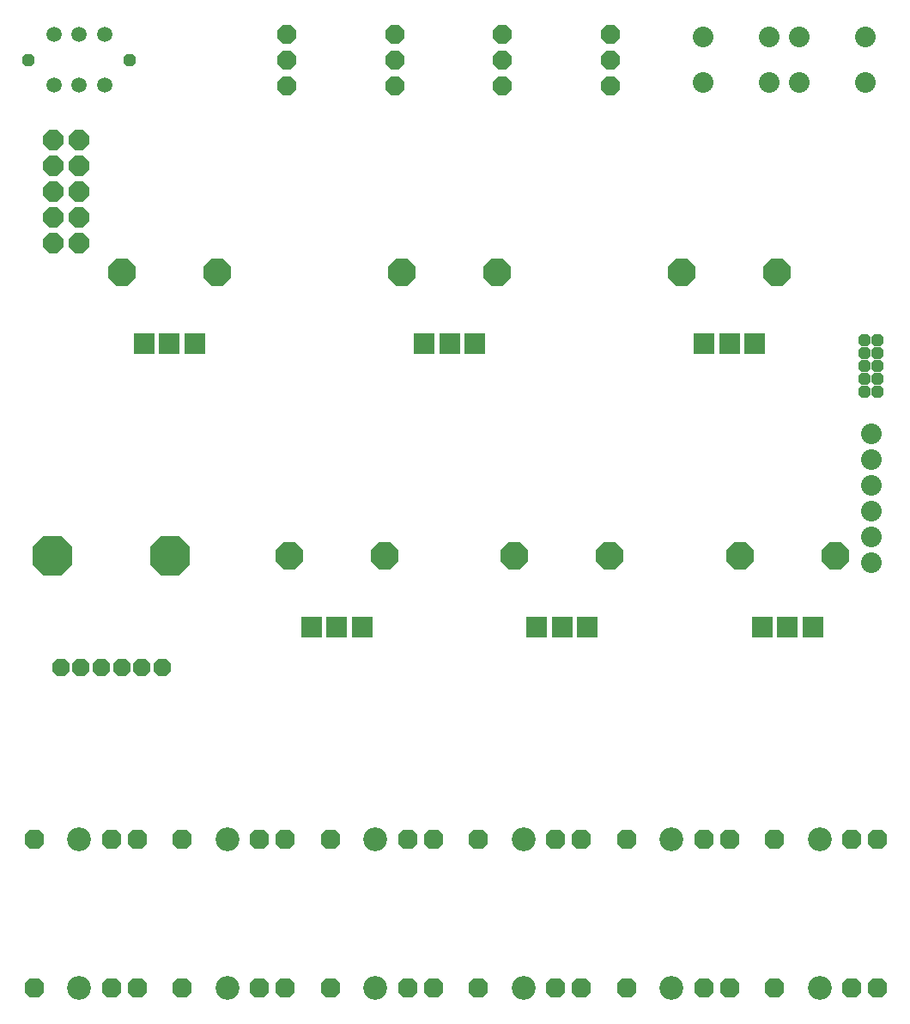
<source format=gbr>
G04 EAGLE Gerber RS-274X export*
G75*
%MOMM*%
%FSLAX34Y34*%
%LPD*%
%INSoldermask Bottom*%
%IPPOS*%
%AMOC8*
5,1,8,0,0,1.08239X$1,22.5*%
G01*
%ADD10P,1.319650X8X292.500000*%
%ADD11C,2.032000*%
%ADD12P,2.199416X8X112.500000*%
%ADD13R,2.032000X2.032000*%
%ADD14P,2.914227X8X112.500000*%
%ADD15C,1.502400*%
%ADD16P,1.362513X8X22.500000*%
%ADD17P,1.979475X8X202.500000*%
%ADD18P,1.896780X8X22.500000*%
%ADD19P,4.295356X8X112.500000*%
%ADD20P,2.089446X8X112.500000*%
%ADD21C,2.352400*%


D10*
X863600Y701675D03*
X850900Y701675D03*
X863600Y688975D03*
X850900Y688975D03*
X863600Y676275D03*
X850900Y676275D03*
X863600Y663575D03*
X850900Y663575D03*
X863600Y650875D03*
X850900Y650875D03*
D11*
X857250Y609600D03*
X857250Y584200D03*
X857250Y558800D03*
X857250Y533400D03*
X857250Y508000D03*
X857250Y482600D03*
D12*
X50800Y796925D03*
X76200Y796925D03*
X50800Y822325D03*
X76200Y822325D03*
X50800Y847725D03*
X76200Y847725D03*
X50800Y873125D03*
X76200Y873125D03*
X50800Y898525D03*
X76200Y898525D03*
D13*
X355200Y418950D03*
X330200Y418950D03*
X305200Y418950D03*
D14*
X377200Y488950D03*
X283200Y488950D03*
D13*
X190100Y698350D03*
X165100Y698350D03*
X140100Y698350D03*
D14*
X212100Y768350D03*
X118100Y768350D03*
D15*
X76200Y1002900D03*
X51200Y1002900D03*
X51200Y952900D03*
X76200Y952900D03*
X101200Y952900D03*
X101200Y1002900D03*
D16*
X26200Y977900D03*
X126200Y977900D03*
D13*
X466325Y698350D03*
X441325Y698350D03*
X416325Y698350D03*
D14*
X488325Y768350D03*
X394325Y768350D03*
D13*
X577450Y418950D03*
X552450Y418950D03*
X527450Y418950D03*
D14*
X599450Y488950D03*
X505450Y488950D03*
D13*
X742550Y698350D03*
X717550Y698350D03*
X692550Y698350D03*
D14*
X764550Y768350D03*
X670550Y768350D03*
D13*
X799700Y418950D03*
X774700Y418950D03*
X749700Y418950D03*
D14*
X821700Y488950D03*
X727700Y488950D03*
D11*
X691388Y1000506D03*
X756412Y1000506D03*
X691388Y955294D03*
X756412Y955294D03*
X786638Y1000506D03*
X851662Y1000506D03*
X786638Y955294D03*
X851662Y955294D03*
D17*
X600075Y977900D03*
X600075Y952500D03*
X600075Y1003300D03*
X493712Y977900D03*
X493712Y952500D03*
X493712Y1003300D03*
X387349Y977900D03*
X387349Y952500D03*
X387349Y1003300D03*
X280987Y977900D03*
X280987Y952500D03*
X280987Y1003300D03*
D18*
X97950Y378950D03*
X77950Y378950D03*
X117950Y378950D03*
X137950Y378950D03*
X57950Y378950D03*
X157950Y378950D03*
D19*
X49950Y488950D03*
X165950Y488950D03*
D20*
X254000Y63500D03*
X177800Y63500D03*
X279400Y63500D03*
D21*
X222250Y63500D03*
D20*
X838200Y63500D03*
X762000Y63500D03*
X863600Y63500D03*
D21*
X806450Y63500D03*
D20*
X107950Y63500D03*
X31750Y63500D03*
X133350Y63500D03*
D21*
X76200Y63500D03*
D20*
X692150Y63500D03*
X615950Y63500D03*
X717550Y63500D03*
D21*
X660400Y63500D03*
D20*
X400050Y209550D03*
X323850Y209550D03*
X425450Y209550D03*
D21*
X368300Y209550D03*
D20*
X692150Y209550D03*
X615950Y209550D03*
X717550Y209550D03*
D21*
X660400Y209550D03*
D20*
X838200Y209550D03*
X762000Y209550D03*
X863600Y209550D03*
D21*
X806450Y209550D03*
D20*
X400050Y63500D03*
X323850Y63500D03*
X425450Y63500D03*
D21*
X368300Y63500D03*
D20*
X546100Y209550D03*
X469900Y209550D03*
X571500Y209550D03*
D21*
X514350Y209550D03*
D20*
X546100Y63500D03*
X469900Y63500D03*
X571500Y63500D03*
D21*
X514350Y63500D03*
D20*
X107950Y209550D03*
X31750Y209550D03*
X133350Y209550D03*
D21*
X76200Y209550D03*
D20*
X254000Y209550D03*
X177800Y209550D03*
X279400Y209550D03*
D21*
X222250Y209550D03*
M02*

</source>
